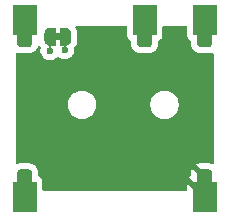
<source format=gbl>
G04 #@! TF.GenerationSoftware,KiCad,Pcbnew,9.0.1+1*
G04 #@! TF.CreationDate,2025-11-12T15:11:55+00:00*
G04 #@! TF.ProjectId,audio-jack,61756469-6f2d-46a6-9163-6b2e6b696361,rev?*
G04 #@! TF.SameCoordinates,Original*
G04 #@! TF.FileFunction,Copper,L2,Bot*
G04 #@! TF.FilePolarity,Positive*
%FSLAX46Y46*%
G04 Gerber Fmt 4.6, Leading zero omitted, Abs format (unit mm)*
G04 Created by KiCad (PCBNEW 9.0.1+1) date 2025-11-12 15:11:55*
%MOMM*%
%LPD*%
G01*
G04 APERTURE LIST*
G04 #@! TA.AperFunction,EtchedComponent*
%ADD10C,0.000000*%
G04 #@! TD*
G04 #@! TA.AperFunction,CastellatedPad*
%ADD11R,2.000000X2.540000*%
G04 #@! TD*
G04 #@! TA.AperFunction,ViaPad*
%ADD12C,0.600000*%
G04 #@! TD*
G04 #@! TA.AperFunction,Conductor*
%ADD13C,0.200000*%
G04 #@! TD*
G04 APERTURE END LIST*
D10*
G04 #@! TA.AperFunction,EtchedComponent*
G36*
X42565156Y-31011969D02*
G01*
X42065156Y-31011969D01*
X42065156Y-30411969D01*
X42565156Y-30411969D01*
X42565156Y-31011969D01*
G37*
G04 #@! TD.AperFunction*
D11*
X39515156Y-44261969D03*
G04 #@! TA.AperFunction,ComponentPad*
G36*
G01*
X39140156Y-41936969D02*
X39890156Y-41936969D01*
G75*
G02*
X40140156Y-42186969I0J-250000D01*
G01*
X40140156Y-42936969D01*
G75*
G02*
X39890156Y-43186969I-250000J0D01*
G01*
X39140156Y-43186969D01*
G75*
G02*
X38890156Y-42936969I0J250000D01*
G01*
X38890156Y-42186969D01*
G75*
G02*
X39140156Y-41936969I250000J0D01*
G01*
G37*
G04 #@! TD.AperFunction*
X54755156Y-44261969D03*
G04 #@! TA.AperFunction,ComponentPad*
G36*
G01*
X54380156Y-41936969D02*
X55130156Y-41936969D01*
G75*
G02*
X55380156Y-42186969I0J-250000D01*
G01*
X55380156Y-42936969D01*
G75*
G02*
X55130156Y-43186969I-250000J0D01*
G01*
X54380156Y-43186969D01*
G75*
G02*
X54130156Y-42936969I0J250000D01*
G01*
X54130156Y-42186969D01*
G75*
G02*
X54380156Y-41936969I250000J0D01*
G01*
G37*
G04 #@! TD.AperFunction*
G04 #@! TA.AperFunction,ComponentPad*
G36*
G01*
X39140156Y-30336969D02*
X39890156Y-30336969D01*
G75*
G02*
X40140156Y-30586969I0J-250000D01*
G01*
X40140156Y-31336969D01*
G75*
G02*
X39890156Y-31586969I-250000J0D01*
G01*
X39140156Y-31586969D01*
G75*
G02*
X38890156Y-31336969I0J250000D01*
G01*
X38890156Y-30586969D01*
G75*
G02*
X39140156Y-30336969I250000J0D01*
G01*
G37*
G04 #@! TD.AperFunction*
X39515156Y-29261969D03*
G04 #@! TA.AperFunction,ComponentPad*
G36*
G01*
X49300156Y-30336969D02*
X50050156Y-30336969D01*
G75*
G02*
X50300156Y-30586969I0J-250000D01*
G01*
X50300156Y-31336969D01*
G75*
G02*
X50050156Y-31586969I-250000J0D01*
G01*
X49300156Y-31586969D01*
G75*
G02*
X49050156Y-31336969I0J250000D01*
G01*
X49050156Y-30586969D01*
G75*
G02*
X49300156Y-30336969I250000J0D01*
G01*
G37*
G04 #@! TD.AperFunction*
X49675156Y-29261969D03*
G04 #@! TA.AperFunction,ComponentPad*
G36*
G01*
X54380156Y-30336969D02*
X55130156Y-30336969D01*
G75*
G02*
X55380156Y-30586969I0J-250000D01*
G01*
X55380156Y-31336969D01*
G75*
G02*
X55130156Y-31586969I-250000J0D01*
G01*
X54380156Y-31586969D01*
G75*
G02*
X54130156Y-31336969I0J250000D01*
G01*
X54130156Y-30586969D01*
G75*
G02*
X54380156Y-30336969I250000J0D01*
G01*
G37*
G04 #@! TD.AperFunction*
X54755156Y-29261969D03*
G04 #@! TA.AperFunction,SMDPad,CuDef*
G36*
X42165156Y-31461969D02*
G01*
X41665156Y-31461969D01*
X41665156Y-31457691D01*
X41599893Y-31457691D01*
X41473814Y-31423909D01*
X41360775Y-31358646D01*
X41268479Y-31266350D01*
X41203216Y-31153311D01*
X41169434Y-31027232D01*
X41169434Y-30961969D01*
X41165156Y-30961969D01*
X41165156Y-30461969D01*
X41169434Y-30461969D01*
X41169434Y-30396706D01*
X41203216Y-30270627D01*
X41268479Y-30157588D01*
X41360775Y-30065292D01*
X41473814Y-30000029D01*
X41599893Y-29966247D01*
X41665156Y-29966247D01*
X41665156Y-29961969D01*
X42165156Y-29961969D01*
X42165156Y-31461969D01*
G37*
G04 #@! TD.AperFunction*
G04 #@! TA.AperFunction,SMDPad,CuDef*
G36*
X42965156Y-29966247D02*
G01*
X43030419Y-29966247D01*
X43156498Y-30000029D01*
X43269537Y-30065292D01*
X43361833Y-30157588D01*
X43427096Y-30270627D01*
X43460878Y-30396706D01*
X43460878Y-30461969D01*
X43465156Y-30461969D01*
X43465156Y-30961969D01*
X43460878Y-30961969D01*
X43460878Y-31027232D01*
X43427096Y-31153311D01*
X43361833Y-31266350D01*
X43269537Y-31358646D01*
X43156498Y-31423909D01*
X43030419Y-31457691D01*
X42965156Y-31457691D01*
X42965156Y-31461969D01*
X42465156Y-31461969D01*
X42465156Y-29961969D01*
X42965156Y-29961969D01*
X42965156Y-29966247D01*
G37*
G04 #@! TD.AperFunction*
D12*
X42905156Y-31811969D03*
X44235156Y-42121969D03*
X41655156Y-31881969D03*
D13*
X42905156Y-30771969D02*
X42965156Y-30711969D01*
X42905156Y-31811969D02*
X42905156Y-30771969D01*
X41665156Y-30711969D02*
X41665156Y-31871969D01*
X41665156Y-31871969D02*
X41655156Y-31881969D01*
G04 #@! TA.AperFunction,Conductor*
G36*
X48117696Y-29782154D02*
G01*
X48163451Y-29834958D01*
X48174657Y-29886469D01*
X48174657Y-30579845D01*
X48181064Y-30639452D01*
X48231358Y-30774297D01*
X48231362Y-30774304D01*
X48317608Y-30889513D01*
X48317611Y-30889516D01*
X48432820Y-30975762D01*
X48432825Y-30975765D01*
X48468988Y-30989253D01*
X48524922Y-31031123D01*
X48549340Y-31096587D01*
X48549656Y-31105435D01*
X48549656Y-31386969D01*
X48549657Y-31386988D01*
X48560156Y-31489765D01*
X48560157Y-31489768D01*
X48605439Y-31626418D01*
X48615342Y-31656303D01*
X48707444Y-31805625D01*
X48831500Y-31929681D01*
X48980822Y-32021783D01*
X49147359Y-32076968D01*
X49250147Y-32087469D01*
X50100164Y-32087468D01*
X50100172Y-32087467D01*
X50100175Y-32087467D01*
X50156458Y-32081717D01*
X50202953Y-32076968D01*
X50369490Y-32021783D01*
X50518812Y-31929681D01*
X50642868Y-31805625D01*
X50734970Y-31656303D01*
X50790155Y-31489766D01*
X50800656Y-31386978D01*
X50800655Y-31105434D01*
X50820339Y-31038396D01*
X50873143Y-30992641D01*
X50881305Y-30989259D01*
X50917487Y-30975765D01*
X51032702Y-30889515D01*
X51118952Y-30774300D01*
X51169247Y-30639452D01*
X51175656Y-30579842D01*
X51175656Y-29886469D01*
X51195341Y-29819430D01*
X51248145Y-29773675D01*
X51299656Y-29762469D01*
X53130657Y-29762469D01*
X53197696Y-29782154D01*
X53243451Y-29834958D01*
X53254657Y-29886469D01*
X53254657Y-30579845D01*
X53261064Y-30639452D01*
X53311358Y-30774297D01*
X53311362Y-30774304D01*
X53397608Y-30889513D01*
X53397611Y-30889516D01*
X53512820Y-30975762D01*
X53512825Y-30975765D01*
X53548988Y-30989253D01*
X53604922Y-31031123D01*
X53629340Y-31096587D01*
X53629656Y-31105435D01*
X53629656Y-31386969D01*
X53629657Y-31386988D01*
X53640156Y-31489765D01*
X53640157Y-31489768D01*
X53685439Y-31626418D01*
X53695342Y-31656303D01*
X53787444Y-31805625D01*
X53911500Y-31929681D01*
X54060822Y-32021783D01*
X54227359Y-32076968D01*
X54330147Y-32087469D01*
X55180164Y-32087468D01*
X55180172Y-32087467D01*
X55180175Y-32087467D01*
X55236458Y-32081717D01*
X55282953Y-32076968D01*
X55361654Y-32050888D01*
X55431479Y-32048487D01*
X55491521Y-32084218D01*
X55522714Y-32146738D01*
X55524656Y-32168595D01*
X55524656Y-41355869D01*
X55504971Y-41422908D01*
X55452167Y-41468663D01*
X55383009Y-41478607D01*
X55361652Y-41473575D01*
X55282853Y-41447463D01*
X55282846Y-41447462D01*
X55180136Y-41436969D01*
X54330184Y-41436969D01*
X54330168Y-41436970D01*
X54227458Y-41447463D01*
X54061034Y-41502611D01*
X54061029Y-41502613D01*
X54053807Y-41507067D01*
X54053806Y-41507068D01*
X54733707Y-42186969D01*
X54705786Y-42186969D01*
X54610411Y-42212525D01*
X54524901Y-42261894D01*
X54455081Y-42331714D01*
X54405712Y-42417224D01*
X54380156Y-42512599D01*
X54380156Y-42540520D01*
X53700255Y-41860619D01*
X53700254Y-41860620D01*
X53695800Y-41867842D01*
X53695798Y-41867846D01*
X53640650Y-42034271D01*
X53640649Y-42034278D01*
X53630156Y-42136982D01*
X53630156Y-42418849D01*
X53610471Y-42485888D01*
X53557667Y-42531643D01*
X53549491Y-42535030D01*
X53513066Y-42548616D01*
X53445748Y-42599010D01*
X54276601Y-43429863D01*
X54172593Y-43533872D01*
X54090515Y-43656711D01*
X54047122Y-43761469D01*
X53952466Y-43761469D01*
X53885427Y-43741784D01*
X53864785Y-43725150D01*
X53255156Y-43115520D01*
X53255156Y-43637469D01*
X53235471Y-43704508D01*
X53182667Y-43750263D01*
X53131156Y-43761469D01*
X41139655Y-43761469D01*
X41072616Y-43741784D01*
X41026861Y-43688980D01*
X41015655Y-43637469D01*
X41015655Y-42944098D01*
X41015654Y-42944092D01*
X41014888Y-42936969D01*
X41009247Y-42884486D01*
X40958952Y-42749638D01*
X40958951Y-42749637D01*
X40958949Y-42749633D01*
X40872703Y-42634424D01*
X40872700Y-42634421D01*
X40757490Y-42548174D01*
X40757488Y-42548173D01*
X40721320Y-42534683D01*
X40665387Y-42492811D01*
X40640971Y-42427346D01*
X40640655Y-42418502D01*
X40640655Y-42136967D01*
X40640654Y-42136950D01*
X40630155Y-42034172D01*
X40630154Y-42034169D01*
X40574970Y-41867635D01*
X40482868Y-41718313D01*
X40358812Y-41594257D01*
X40266044Y-41537038D01*
X40209492Y-41502156D01*
X40209487Y-41502154D01*
X40208018Y-41501667D01*
X40042953Y-41446970D01*
X40042951Y-41446969D01*
X39940166Y-41436469D01*
X39090154Y-41436469D01*
X39090136Y-41436470D01*
X38987359Y-41446969D01*
X38987356Y-41446970D01*
X38908660Y-41473048D01*
X38838832Y-41475450D01*
X38778790Y-41439718D01*
X38747597Y-41377198D01*
X38745656Y-41355342D01*
X38745656Y-36367482D01*
X43164656Y-36367482D01*
X43164656Y-36556455D01*
X43194215Y-36743087D01*
X43252610Y-36922805D01*
X43338396Y-37091168D01*
X43449466Y-37244042D01*
X43583083Y-37377659D01*
X43735957Y-37488729D01*
X43815503Y-37529259D01*
X43904319Y-37574514D01*
X43904321Y-37574514D01*
X43904324Y-37574516D01*
X44000653Y-37605815D01*
X44084037Y-37632909D01*
X44270670Y-37662469D01*
X44270675Y-37662469D01*
X44459642Y-37662469D01*
X44646274Y-37632909D01*
X44825988Y-37574516D01*
X44994355Y-37488729D01*
X45147229Y-37377659D01*
X45280846Y-37244042D01*
X45391916Y-37091168D01*
X45477703Y-36922801D01*
X45536096Y-36743087D01*
X45565656Y-36556455D01*
X45565656Y-36367482D01*
X50164656Y-36367482D01*
X50164656Y-36556455D01*
X50194215Y-36743087D01*
X50252610Y-36922805D01*
X50338396Y-37091168D01*
X50449466Y-37244042D01*
X50583083Y-37377659D01*
X50735957Y-37488729D01*
X50815503Y-37529259D01*
X50904319Y-37574514D01*
X50904321Y-37574514D01*
X50904324Y-37574516D01*
X51000653Y-37605815D01*
X51084037Y-37632909D01*
X51270670Y-37662469D01*
X51270675Y-37662469D01*
X51459642Y-37662469D01*
X51646274Y-37632909D01*
X51825988Y-37574516D01*
X51994355Y-37488729D01*
X52147229Y-37377659D01*
X52280846Y-37244042D01*
X52391916Y-37091168D01*
X52477703Y-36922801D01*
X52536096Y-36743087D01*
X52565656Y-36556455D01*
X52565656Y-36367482D01*
X52536096Y-36180850D01*
X52477701Y-36001132D01*
X52391915Y-35832769D01*
X52280846Y-35679896D01*
X52147229Y-35546279D01*
X51994355Y-35435209D01*
X51825992Y-35349423D01*
X51646274Y-35291028D01*
X51459642Y-35261469D01*
X51459637Y-35261469D01*
X51270675Y-35261469D01*
X51270670Y-35261469D01*
X51084037Y-35291028D01*
X50904319Y-35349423D01*
X50735956Y-35435209D01*
X50648735Y-35498579D01*
X50583083Y-35546279D01*
X50583081Y-35546281D01*
X50583080Y-35546281D01*
X50449468Y-35679893D01*
X50449468Y-35679894D01*
X50449466Y-35679896D01*
X50401766Y-35745548D01*
X50338396Y-35832769D01*
X50252610Y-36001132D01*
X50194215Y-36180850D01*
X50164656Y-36367482D01*
X45565656Y-36367482D01*
X45536096Y-36180850D01*
X45477701Y-36001132D01*
X45391915Y-35832769D01*
X45280846Y-35679896D01*
X45147229Y-35546279D01*
X44994355Y-35435209D01*
X44825992Y-35349423D01*
X44646274Y-35291028D01*
X44459642Y-35261469D01*
X44459637Y-35261469D01*
X44270675Y-35261469D01*
X44270670Y-35261469D01*
X44084037Y-35291028D01*
X43904319Y-35349423D01*
X43735956Y-35435209D01*
X43648735Y-35498579D01*
X43583083Y-35546279D01*
X43583081Y-35546281D01*
X43583080Y-35546281D01*
X43449468Y-35679893D01*
X43449468Y-35679894D01*
X43449466Y-35679896D01*
X43401766Y-35745548D01*
X43338396Y-35832769D01*
X43252610Y-36001132D01*
X43194215Y-36180850D01*
X43164656Y-36367482D01*
X38745656Y-36367482D01*
X38745656Y-32168595D01*
X38765341Y-32101556D01*
X38818145Y-32055801D01*
X38887303Y-32045857D01*
X38908652Y-32050887D01*
X38987359Y-32076968D01*
X39090147Y-32087469D01*
X39940164Y-32087468D01*
X39940172Y-32087467D01*
X39940175Y-32087467D01*
X39996458Y-32081717D01*
X40042953Y-32076968D01*
X40209490Y-32021783D01*
X40358812Y-31929681D01*
X40482868Y-31805625D01*
X40574970Y-31656303D01*
X40608604Y-31554800D01*
X40614653Y-31546063D01*
X40616792Y-31535651D01*
X40634197Y-31517834D01*
X40648375Y-31497358D01*
X40658189Y-31493277D01*
X40665618Y-31485674D01*
X40689892Y-31480096D01*
X40712891Y-31470534D01*
X40723353Y-31472407D01*
X40733713Y-31470027D01*
X40757150Y-31478459D01*
X40781667Y-31482849D01*
X40791194Y-31490707D01*
X40799458Y-31493680D01*
X40817305Y-31512241D01*
X40824704Y-31518344D01*
X40827229Y-31521637D01*
X40827281Y-31521726D01*
X40859096Y-31563188D01*
X40859288Y-31563438D01*
X40872373Y-31597310D01*
X40884463Y-31628583D01*
X40884461Y-31628603D01*
X40884466Y-31628614D01*
X40884459Y-31628645D01*
X40882510Y-31663091D01*
X40854656Y-31803122D01*
X40854656Y-31960815D01*
X40885417Y-32115458D01*
X40885420Y-32115470D01*
X40945758Y-32261141D01*
X40945765Y-32261154D01*
X41033366Y-32392257D01*
X41033369Y-32392261D01*
X41144863Y-32503755D01*
X41144867Y-32503758D01*
X41275970Y-32591359D01*
X41275983Y-32591366D01*
X41421654Y-32651704D01*
X41421659Y-32651706D01*
X41576309Y-32682468D01*
X41576312Y-32682469D01*
X41576314Y-32682469D01*
X41734000Y-32682469D01*
X41734001Y-32682468D01*
X41888653Y-32651706D01*
X42034335Y-32591363D01*
X42165445Y-32503758D01*
X42227836Y-32441366D01*
X42289157Y-32407883D01*
X42358849Y-32412867D01*
X42389656Y-32430591D01*
X42389802Y-32430374D01*
X42393044Y-32432540D01*
X42394175Y-32433191D01*
X42394863Y-32433756D01*
X42525970Y-32521359D01*
X42525983Y-32521366D01*
X42671654Y-32581704D01*
X42671659Y-32581706D01*
X42826309Y-32612468D01*
X42826312Y-32612469D01*
X42826314Y-32612469D01*
X42984000Y-32612469D01*
X42984001Y-32612468D01*
X43138653Y-32581706D01*
X43284335Y-32521363D01*
X43415445Y-32433758D01*
X43526945Y-32322258D01*
X43614550Y-32191148D01*
X43674893Y-32045466D01*
X43705656Y-31890811D01*
X43705656Y-31733127D01*
X43703269Y-31721126D01*
X43709496Y-31651535D01*
X43726507Y-31621451D01*
X43803031Y-31521726D01*
X43868857Y-31407712D01*
X43919356Y-31285798D01*
X43953431Y-31158631D01*
X43970656Y-31027795D01*
X43970656Y-30396143D01*
X43953431Y-30265307D01*
X43919356Y-30138140D01*
X43868857Y-30016226D01*
X43868854Y-30016221D01*
X43868853Y-30016218D01*
X43868852Y-30016217D01*
X43829738Y-29948469D01*
X43813265Y-29880569D01*
X43836118Y-29814542D01*
X43891039Y-29771351D01*
X43937125Y-29762469D01*
X48050657Y-29762469D01*
X48117696Y-29782154D01*
G37*
G04 #@! TD.AperFunction*
M02*

</source>
